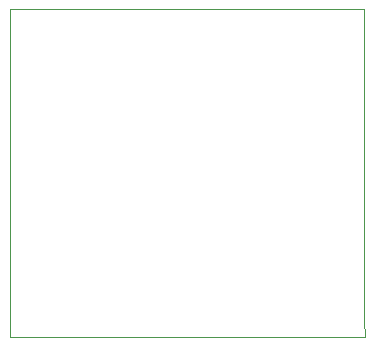
<source format=gbr>
%TF.GenerationSoftware,KiCad,Pcbnew,7.0.6*%
%TF.CreationDate,2023-07-24T14:12:11+05:30*%
%TF.ProjectId,Class1,436c6173-7331-42e6-9b69-6361645f7063,rev?*%
%TF.SameCoordinates,Original*%
%TF.FileFunction,Profile,NP*%
%FSLAX46Y46*%
G04 Gerber Fmt 4.6, Leading zero omitted, Abs format (unit mm)*
G04 Created by KiCad (PCBNEW 7.0.6) date 2023-07-24 14:12:11*
%MOMM*%
%LPD*%
G01*
G04 APERTURE LIST*
%TA.AperFunction,Profile*%
%ADD10C,0.100000*%
%TD*%
G04 APERTURE END LIST*
D10*
X167914651Y-81984281D02*
X168006154Y-83444092D01*
X168006154Y-83444092D02*
X137893544Y-83401361D01*
X167914651Y-55637086D02*
X167914651Y-81984281D01*
X137893544Y-55637086D02*
X167914651Y-55637086D01*
X137893544Y-83401361D02*
X137893544Y-55637086D01*
M02*

</source>
